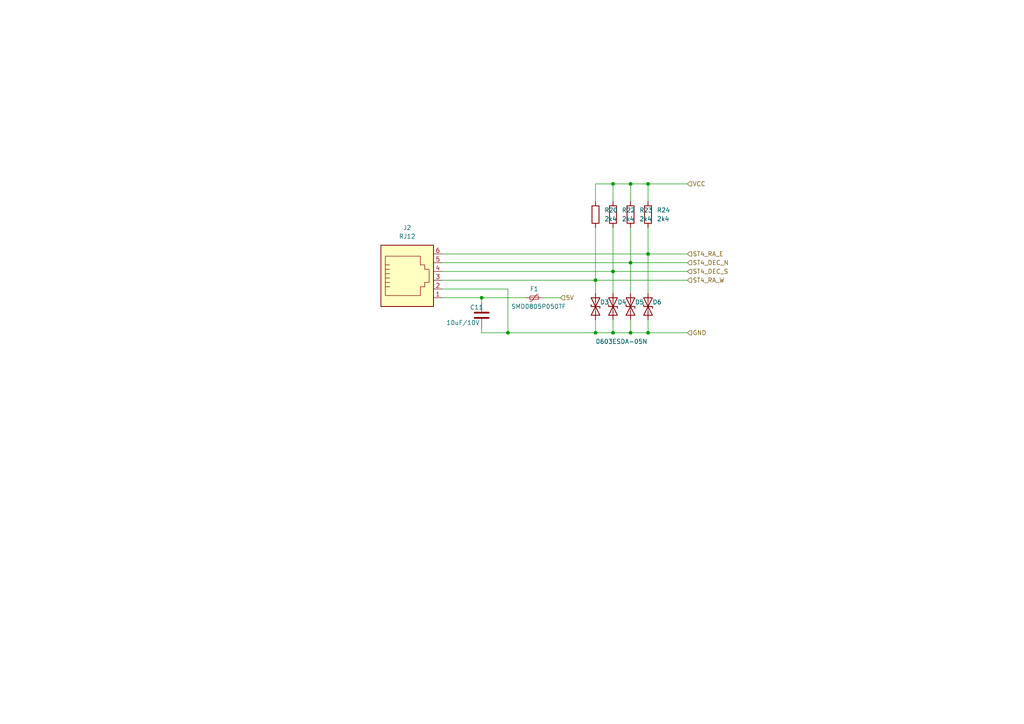
<source format=kicad_sch>
(kicad_sch (version 20250114) (generator "eeschema") (generator_version "9.0")
  (paper "A4")
  (lib_symbols
    (symbol "Connector:RJ12" (pin_names (offset 1.016))
      (property "Reference" "J" (at -5.08 11.43 0))
      (property "Value" "RJ12" (at 2.54 11.43 0))
      (symbol "RJ12_0_1"
        (polyline (pts (xy -6.35 3.175) (xy -5.08 3.175) (xy -5.08 3.175)))
        (polyline (pts (xy -6.35 1.905) (xy -5.08 1.905) (xy -5.08 1.905)))
        (polyline (pts (xy -6.35 0.635) (xy -5.08 0.635) (xy -5.08 0.635)))
        (polyline (pts (xy -6.35 -0.635) (xy -5.08 -0.635) (xy -5.08 -0.635)))
        (polyline (pts (xy -6.35 -1.905) (xy -5.08 -1.905) (xy -5.08 -1.905)))
        (polyline (pts (xy -6.35 -4.445) (xy -6.35 6.985) (xy 3.81 6.985) (xy 3.81 4.445) (xy 5.08 4.445) (xy 5.08 3.175) (xy 6.35 3.175) (xy 6.35 -0.635) (xy 5.08 -0.635) (xy 5.08 -1.905) (xy 3.81 -1.905) (xy 3.81 -4.445) (xy -6.35 -4.445) (xy -6.35 -4.445)))
        (polyline (pts (xy -5.08 4.445) (xy -6.35 4.445) (xy -6.35 4.445)))
        (rectangle (start 7.62 10.16) (end -7.62 -7.62) (stroke (width 0.254)) (fill (type background)))
      )
      (symbol "RJ12_1_1"
        (pin passive line (at 10.16 7.62 180) (length 2.54) (name "~") (number "6"))
        (pin passive line (at 10.16 5.08 180) (length 2.54) (name "~") (number "5"))
        (pin passive line (at 10.16 2.54 180) (length 2.54) (name "~") (number "4"))
        (pin passive line (at 10.16 0 180) (length 2.54) (name "~") (number "3"))
        (pin passive line (at 10.16 -2.54 180) (length 2.54) (name "~") (number "2"))
        (pin passive line (at 10.16 -5.08 180) (length 2.54) (name "~") (number "1"))
      )
    )
    (symbol "Device:C" (pin_numbers (hide yes)) (pin_names (offset 0.254))
      (property "Reference" "C" (at 0.635 2.54 0))
      (property "Value" "C" (at 0.635 -2.54 0))
      (symbol "C_0_1"
        (polyline (pts (xy -2.032 0.762) (xy 2.032 0.762)) (stroke (width 0.508)))
        (polyline (pts (xy -2.032 -0.762) (xy 2.032 -0.762)) (stroke (width 0.508)))
      )
      (symbol "C_1_1"
        (pin passive line (at 0 3.81 270) (length 2.794) (name "~") (number "1"))
        (pin passive line (at 0 -3.81 90) (length 2.794) (name "~") (number "2"))
      )
    )
    (symbol "Device:D_TVS" (pin_numbers (hide yes)) (pin_names (offset 1.016) (hide yes))
      (property "Reference" "D" (at 0 2.54 0))
      (property "Value" "D_TVS" (at 0 -2.54 0))
      (symbol "D_TVS_0_1"
        (polyline (pts (xy -2.54 1.27) (xy -2.54 -1.27) (xy 2.54 1.27) (xy 2.54 -1.27) (xy -2.54 1.27)) (stroke (width 0.254)))
        (polyline (pts (xy 0.508 1.27) (xy 0 1.27) (xy 0 -1.27) (xy -0.508 -1.27)) (stroke (width 0.254)))
        (polyline (pts (xy 1.27 0) (xy -1.27 0)))
      )
      (symbol "D_TVS_1_1"
        (pin passive line (at -3.81 0 0) (length 2.54) (name "A1") (number "1"))
        (pin passive line (at 3.81 0 180) (length 2.54) (name "A2") (number "2"))
      )
    )
    (symbol "Device:Polyfuse_Small" (pin_numbers (hide yes)) (pin_names (offset 0))
      (property "Reference" "F" (at -1.905 0 90))
      (property "Value" "Polyfuse_Small" (at 1.905 0 90))
      (symbol "Polyfuse_Small_0_1"
        (polyline (pts (xy -1.016 1.27) (xy -1.016 0.762) (xy 1.016 -0.762) (xy 1.016 -1.27)))
        (rectangle (start -0.508 1.27) (end 0.508 -1.27))
        (polyline (pts (xy 0 2.54) (xy 0 -2.54)))
      )
      (symbol "Polyfuse_Small_1_1"
        (pin passive line (at 0 2.54 270) (length 0.635) (name "~") (number "1"))
        (pin passive line (at 0 -2.54 90) (length 0.635) (name "~") (number "2"))
      )
    )
    (symbol "Device:R" (pin_numbers (hide yes)) (pin_names (offset 0))
      (property "Reference" "R" (at 2.032 0 90))
      (property "Value" "R" (at 0 0 90))
      (symbol "R_0_1"
        (rectangle (start -1.016 -2.54) (end 1.016 2.54) (stroke (width 0.254)))
      )
      (symbol "R_1_1"
        (pin passive line (at 0 3.81 270) (length 1.27) (name "~") (number "1"))
        (pin passive line (at 0 -3.81 90) (length 1.27) (name "~") (number "2"))
      )
    )
  )
  (junction (at 177.8 96.52))
  (junction (at 182.88 76.2))
  (junction (at 177.8 53.34))
  (junction (at 147.32 96.52))
  (junction (at 172.72 81.28))
  (junction (at 187.96 73.66))
  (junction (at 177.8 78.74))
  (junction (at 172.72 96.52))
  (junction (at 139.7 86.36))
  (junction (at 187.96 96.52))
  (junction (at 182.88 53.34))
  (junction (at 187.96 53.34))
  (junction (at 182.88 96.52))
  (wire (pts (xy 187.96 53.34) (xy 199.39 53.34)))
  (wire (pts (xy 128.27 81.28) (xy 172.72 81.28)))
  (wire (pts (xy 172.72 53.34) (xy 177.8 53.34)))
  (wire (pts (xy 139.7 86.36) (xy 139.7 87.63)))
  (wire (pts (xy 177.8 53.34) (xy 182.88 53.34)))
  (wire (pts (xy 128.27 78.74) (xy 177.8 78.74)))
  (wire (pts (xy 139.7 96.52) (xy 147.32 96.52)))
  (wire (pts (xy 177.8 66.04) (xy 177.8 78.74)))
  (wire (pts (xy 182.88 92.71) (xy 182.88 96.52)))
  (wire (pts (xy 199.39 96.52) (xy 187.96 96.52)))
  (wire (pts (xy 187.96 73.66) (xy 187.96 85.09)))
  (wire (pts (xy 177.8 78.74) (xy 177.8 85.09)))
  (wire (pts (xy 172.72 58.42) (xy 172.72 53.34)))
  (wire (pts (xy 177.8 53.34) (xy 177.8 58.42)))
  (wire (pts (xy 139.7 95.25) (xy 139.7 96.52)))
  (wire (pts (xy 187.96 73.66) (xy 199.39 73.66)))
  (wire (pts (xy 182.88 76.2) (xy 182.88 85.09)))
  (wire (pts (xy 128.27 76.2) (xy 182.88 76.2)))
  (wire (pts (xy 172.72 96.52) (xy 147.32 96.52)))
  (wire (pts (xy 147.32 96.52) (xy 147.32 83.82)))
  (wire (pts (xy 187.96 92.71) (xy 187.96 96.52)))
  (wire (pts (xy 157.48 86.36) (xy 162.56 86.36)))
  (wire (pts (xy 187.96 96.52) (xy 182.88 96.52)))
  (wire (pts (xy 182.88 66.04) (xy 182.88 76.2)))
  (wire (pts (xy 187.96 53.34) (xy 187.96 58.42)))
  (wire (pts (xy 177.8 78.74) (xy 199.39 78.74)))
  (wire (pts (xy 172.72 92.71) (xy 172.72 96.52)))
  (wire (pts (xy 187.96 66.04) (xy 187.96 73.66)))
  (wire (pts (xy 147.32 83.82) (xy 128.27 83.82)))
  (wire (pts (xy 172.72 66.04) (xy 172.72 81.28)))
  (wire (pts (xy 177.8 92.71) (xy 177.8 96.52)))
  (wire (pts (xy 172.72 81.28) (xy 172.72 85.09)))
  (wire (pts (xy 139.7 86.36) (xy 152.4 86.36)))
  (wire (pts (xy 182.88 53.34) (xy 182.88 58.42)))
  (wire (pts (xy 177.8 96.52) (xy 172.72 96.52)))
  (wire (pts (xy 128.27 86.36) (xy 139.7 86.36)))
  (wire (pts (xy 172.72 81.28) (xy 199.39 81.28)))
  (wire (pts (xy 128.27 73.66) (xy 187.96 73.66)))
  (wire (pts (xy 182.88 53.34) (xy 187.96 53.34)))
  (wire (pts (xy 182.88 76.2) (xy 199.39 76.2)))
  (wire (pts (xy 182.88 96.52) (xy 177.8 96.52)))
  (hierarchical_label "ST4_DEC_S" (shape input) (at 199.39 78.74 0))
  (hierarchical_label "ST4_RA_W" (shape input) (at 199.39 81.28 0))
  (hierarchical_label "5V" (shape input) (at 162.56 86.36 0))
  (hierarchical_label "VCC" (shape input) (at 199.39 53.34 0))
  (hierarchical_label "GND" (shape input) (at 199.39 96.52 0))
  (hierarchical_label "ST4_RA_E" (shape input) (at 199.39 73.66 0))
  (hierarchical_label "ST4_DEC_N" (shape input) (at 199.39 76.2 0))
  (symbol (lib_id "Device:Polyfuse_Small") (at 154.94 86.36 90) (unit 1)
    (property "Reference" "F1" (at 154.94 83.82 90))
    (property "Value" "SMD0805P050TF" (at 156.21 88.9 90))
    (property "Footprint" "Fuse:Fuse_0805_2012Metric" (effects (hide yes)))
    (property "Description" "Resettable fuse, polymeric positive temperature coefficient, small symbol" (effects (hide yes)))
  )
  (symbol (lib_id "Device:C") (at 139.7 91.44 0) (unit 1)
    (property "Reference" "C11" (at 136.271 89.154 0) (effects (justify left)))
    (property "Value" "10uF/10V" (at 129.413 93.599 0) (effects (justify left)))
    (property "Footprint" "Capacitor_SMD:C_0603_1608Metric" (effects (hide yes)))
  )
  (symbol (lib_id "Device:D_TVS") (at 187.96 88.9 90) (unit 1)
    (property "Reference" "D6" (at 189.23 87.63 90) (effects (justify right)))
    (property "Value" "0603ESDA-05N" (effects (hide yes)))
    (property "Footprint" "Diode_SMD:D_0603_1608Metric" (effects (hide yes)))
    (property "Description" "Bidirectional transient-voltage-suppression diode" (effects (hide yes)))
  )
  (symbol (lib_id "Device:R") (at 187.96 62.23 180) (unit 1)
    (property "Reference" "R24" (at 190.5 60.9599 0) (effects (justify right)))
    (property "Value" "2k4" (at 190.5 63.4999 0) (effects (justify right)))
    (property "Footprint" "Resistor_SMD:R_0402_1005Metric" (effects (hide yes)))
  )
  (symbol (lib_id "Device:R") (at 177.8 62.23 180) (unit 1)
    (property "Reference" "R22" (at 180.34 60.9599 0) (effects (justify right)))
    (property "Value" "2k4" (at 180.34 63.4999 0) (effects (justify right)))
    (property "Footprint" "Resistor_SMD:R_0402_1005Metric" (effects (hide yes)))
  )
  (symbol (lib_id "Device:D_TVS") (at 182.88 88.9 90) (unit 1)
    (property "Reference" "D5" (at 184.15 87.63 90) (effects (justify right)))
    (property "Value" "0603ESDA-05N" (effects (hide yes)))
    (property "Footprint" "Diode_SMD:D_0603_1608Metric" (effects (hide yes)))
    (property "Description" "Bidirectional transient-voltage-suppression diode" (effects (hide yes)))
  )
  (symbol (lib_id "Device:D_TVS") (at 177.8 88.9 90) (unit 1)
    (property "Reference" "D4" (at 179.07 87.63 90) (effects (justify right)))
    (property "Value" "0603ESDA-05N" (effects (hide yes)))
    (property "Footprint" "Diode_SMD:D_0603_1608Metric" (effects (hide yes)))
    (property "Description" "Bidirectional transient-voltage-suppression diode" (effects (hide yes)))
  )
  (symbol (lib_id "Connector:RJ12") (at 118.11 81.28 0) (unit 1)
    (property "Reference" "J2" (at 118.11 66.04 0))
    (property "Value" "RJ12" (at 118.11 68.58 0))
    (property "Footprint" "Connector_RJ:RJ12_Amphenol_54601-x06_Horizontal" (effects (hide yes)))
    (property "Description" "RJ connector, 6P6C (6 positions 6 connected)" (effects (hide yes)))
  )
  (symbol (lib_id "Device:D_TVS") (at 172.72 88.9 90) (unit 1)
    (property "Reference" "D3" (at 173.99 87.63 90) (effects (justify right)))
    (property "Value" "0603ESDA-05N" (at 172.72 99.06 90) (effects (justify right)))
    (property "Footprint" "Diode_SMD:D_0603_1608Metric" (effects (hide yes)))
    (property "Description" "Bidirectional transient-voltage-suppression diode" (effects (hide yes)))
  )
  (symbol (lib_id "Device:R") (at 182.88 62.23 180) (unit 1)
    (property "Reference" "R23" (at 185.42 60.9599 0) (effects (justify right)))
    (property "Value" "2k4" (at 185.42 63.4999 0) (effects (justify right)))
    (property "Footprint" "Resistor_SMD:R_0402_1005Metric" (effects (hide yes)))
  )
  (symbol (lib_id "Device:R") (at 172.72 62.23 180) (unit 1)
    (property "Reference" "R20" (at 175.26 60.9599 0) (effects (justify right)))
    (property "Value" "2k4" (at 175.26 63.4999 0) (effects (justify right)))
    (property "Footprint" "Resistor_SMD:R_0402_1005Metric" (effects (hide yes)))
  )
)
</source>
